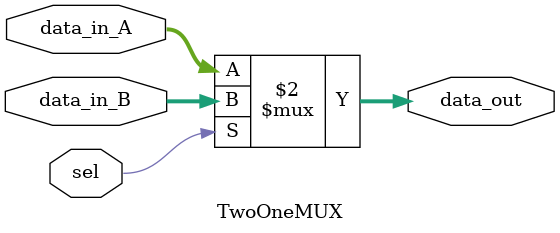
<source format=sv>
module TwoOneMUX(
    input logic [31:0] data_in_A,
    input logic [31:0] data_in_B,
    input logic sel,

    output logic [31:0] data_out
    );

    always_comb data_out = sel ? data_in_B : data_in_A;
endmodule
</source>
